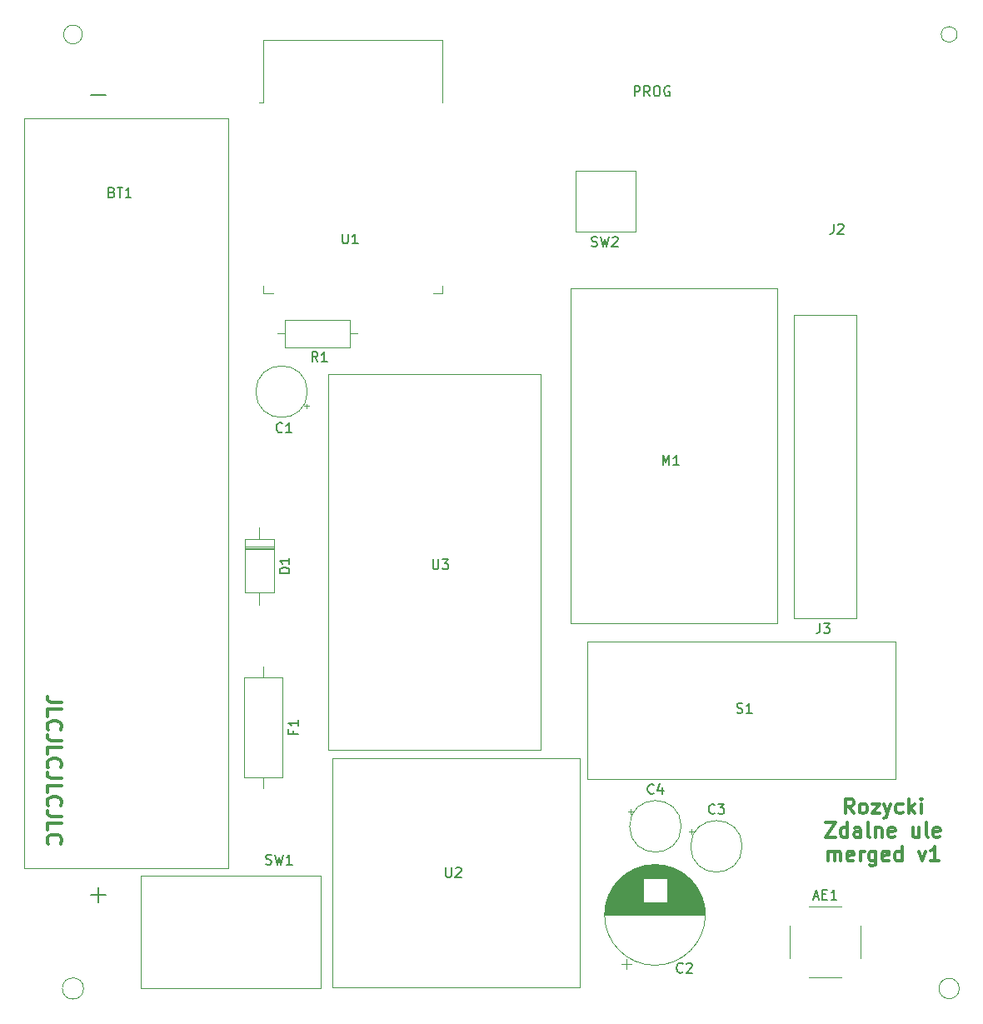
<source format=gbr>
%TF.GenerationSoftware,KiCad,Pcbnew,(6.0.9)*%
%TF.CreationDate,2023-05-03T02:02:48+02:00*%
%TF.ProjectId,esp-merged_v2,6573702d-6d65-4726-9765-645f76322e6b,rev?*%
%TF.SameCoordinates,Original*%
%TF.FileFunction,Legend,Top*%
%TF.FilePolarity,Positive*%
%FSLAX46Y46*%
G04 Gerber Fmt 4.6, Leading zero omitted, Abs format (unit mm)*
G04 Created by KiCad (PCBNEW (6.0.9)) date 2023-05-03 02:02:48*
%MOMM*%
%LPD*%
G01*
G04 APERTURE LIST*
%ADD10C,0.100000*%
%ADD11C,0.300000*%
%ADD12C,0.150000*%
%ADD13C,0.120000*%
G04 APERTURE END LIST*
D10*
X254806226Y-34500000D02*
G75*
G03*
X254806226Y-34500000I-806226J0D01*
G01*
X255030776Y-131450000D02*
G75*
G03*
X255030776Y-131450000I-1030776J0D01*
G01*
X166029352Y-131450000D02*
G75*
G03*
X166029352Y-131450000I-1079352J0D01*
G01*
X165900000Y-34500000D02*
G75*
G03*
X165900000Y-34500000I-950000J0D01*
G01*
D11*
X163821428Y-102371428D02*
X162750000Y-102371428D01*
X162535714Y-102300000D01*
X162392857Y-102157142D01*
X162321428Y-101942857D01*
X162321428Y-101800000D01*
X162321428Y-103800000D02*
X162321428Y-103085714D01*
X163821428Y-103085714D01*
X162464285Y-105157142D02*
X162392857Y-105085714D01*
X162321428Y-104871428D01*
X162321428Y-104728571D01*
X162392857Y-104514285D01*
X162535714Y-104371428D01*
X162678571Y-104300000D01*
X162964285Y-104228571D01*
X163178571Y-104228571D01*
X163464285Y-104300000D01*
X163607142Y-104371428D01*
X163750000Y-104514285D01*
X163821428Y-104728571D01*
X163821428Y-104871428D01*
X163750000Y-105085714D01*
X163678571Y-105157142D01*
X163821428Y-106228571D02*
X162750000Y-106228571D01*
X162535714Y-106157142D01*
X162392857Y-106014285D01*
X162321428Y-105800000D01*
X162321428Y-105657142D01*
X162321428Y-107657142D02*
X162321428Y-106942857D01*
X163821428Y-106942857D01*
X162464285Y-109014285D02*
X162392857Y-108942857D01*
X162321428Y-108728571D01*
X162321428Y-108585714D01*
X162392857Y-108371428D01*
X162535714Y-108228571D01*
X162678571Y-108157142D01*
X162964285Y-108085714D01*
X163178571Y-108085714D01*
X163464285Y-108157142D01*
X163607142Y-108228571D01*
X163750000Y-108371428D01*
X163821428Y-108585714D01*
X163821428Y-108728571D01*
X163750000Y-108942857D01*
X163678571Y-109014285D01*
X163821428Y-110085714D02*
X162750000Y-110085714D01*
X162535714Y-110014285D01*
X162392857Y-109871428D01*
X162321428Y-109657142D01*
X162321428Y-109514285D01*
X162321428Y-111514285D02*
X162321428Y-110800000D01*
X163821428Y-110800000D01*
X162464285Y-112871428D02*
X162392857Y-112800000D01*
X162321428Y-112585714D01*
X162321428Y-112442857D01*
X162392857Y-112228571D01*
X162535714Y-112085714D01*
X162678571Y-112014285D01*
X162964285Y-111942857D01*
X163178571Y-111942857D01*
X163464285Y-112014285D01*
X163607142Y-112085714D01*
X163750000Y-112228571D01*
X163821428Y-112442857D01*
X163821428Y-112585714D01*
X163750000Y-112800000D01*
X163678571Y-112871428D01*
X163821428Y-113942857D02*
X162750000Y-113942857D01*
X162535714Y-113871428D01*
X162392857Y-113728571D01*
X162321428Y-113514285D01*
X162321428Y-113371428D01*
X162321428Y-115371428D02*
X162321428Y-114657142D01*
X163821428Y-114657142D01*
X162464285Y-116728571D02*
X162392857Y-116657142D01*
X162321428Y-116442857D01*
X162321428Y-116300000D01*
X162392857Y-116085714D01*
X162535714Y-115942857D01*
X162678571Y-115871428D01*
X162964285Y-115800000D01*
X163178571Y-115800000D01*
X163464285Y-115871428D01*
X163607142Y-115942857D01*
X163750000Y-116085714D01*
X163821428Y-116300000D01*
X163821428Y-116442857D01*
X163750000Y-116657142D01*
X163678571Y-116728571D01*
X244300000Y-113663571D02*
X243800000Y-112949285D01*
X243442857Y-113663571D02*
X243442857Y-112163571D01*
X244014285Y-112163571D01*
X244157142Y-112235000D01*
X244228571Y-112306428D01*
X244300000Y-112449285D01*
X244300000Y-112663571D01*
X244228571Y-112806428D01*
X244157142Y-112877857D01*
X244014285Y-112949285D01*
X243442857Y-112949285D01*
X245157142Y-113663571D02*
X245014285Y-113592142D01*
X244942857Y-113520714D01*
X244871428Y-113377857D01*
X244871428Y-112949285D01*
X244942857Y-112806428D01*
X245014285Y-112735000D01*
X245157142Y-112663571D01*
X245371428Y-112663571D01*
X245514285Y-112735000D01*
X245585714Y-112806428D01*
X245657142Y-112949285D01*
X245657142Y-113377857D01*
X245585714Y-113520714D01*
X245514285Y-113592142D01*
X245371428Y-113663571D01*
X245157142Y-113663571D01*
X246157142Y-112663571D02*
X246942857Y-112663571D01*
X246157142Y-113663571D01*
X246942857Y-113663571D01*
X247371428Y-112663571D02*
X247728571Y-113663571D01*
X248085714Y-112663571D02*
X247728571Y-113663571D01*
X247585714Y-114020714D01*
X247514285Y-114092142D01*
X247371428Y-114163571D01*
X249300000Y-113592142D02*
X249157142Y-113663571D01*
X248871428Y-113663571D01*
X248728571Y-113592142D01*
X248657142Y-113520714D01*
X248585714Y-113377857D01*
X248585714Y-112949285D01*
X248657142Y-112806428D01*
X248728571Y-112735000D01*
X248871428Y-112663571D01*
X249157142Y-112663571D01*
X249300000Y-112735000D01*
X249942857Y-113663571D02*
X249942857Y-112163571D01*
X250085714Y-113092142D02*
X250514285Y-113663571D01*
X250514285Y-112663571D02*
X249942857Y-113235000D01*
X251157142Y-113663571D02*
X251157142Y-112663571D01*
X251157142Y-112163571D02*
X251085714Y-112235000D01*
X251157142Y-112306428D01*
X251228571Y-112235000D01*
X251157142Y-112163571D01*
X251157142Y-112306428D01*
X241442857Y-114578571D02*
X242442857Y-114578571D01*
X241442857Y-116078571D01*
X242442857Y-116078571D01*
X243657142Y-116078571D02*
X243657142Y-114578571D01*
X243657142Y-116007142D02*
X243514285Y-116078571D01*
X243228571Y-116078571D01*
X243085714Y-116007142D01*
X243014285Y-115935714D01*
X242942857Y-115792857D01*
X242942857Y-115364285D01*
X243014285Y-115221428D01*
X243085714Y-115150000D01*
X243228571Y-115078571D01*
X243514285Y-115078571D01*
X243657142Y-115150000D01*
X245014285Y-116078571D02*
X245014285Y-115292857D01*
X244942857Y-115150000D01*
X244800000Y-115078571D01*
X244514285Y-115078571D01*
X244371428Y-115150000D01*
X245014285Y-116007142D02*
X244871428Y-116078571D01*
X244514285Y-116078571D01*
X244371428Y-116007142D01*
X244300000Y-115864285D01*
X244300000Y-115721428D01*
X244371428Y-115578571D01*
X244514285Y-115507142D01*
X244871428Y-115507142D01*
X245014285Y-115435714D01*
X245942857Y-116078571D02*
X245800000Y-116007142D01*
X245728571Y-115864285D01*
X245728571Y-114578571D01*
X246514285Y-115078571D02*
X246514285Y-116078571D01*
X246514285Y-115221428D02*
X246585714Y-115150000D01*
X246728571Y-115078571D01*
X246942857Y-115078571D01*
X247085714Y-115150000D01*
X247157142Y-115292857D01*
X247157142Y-116078571D01*
X248442857Y-116007142D02*
X248300000Y-116078571D01*
X248014285Y-116078571D01*
X247871428Y-116007142D01*
X247800000Y-115864285D01*
X247800000Y-115292857D01*
X247871428Y-115150000D01*
X248014285Y-115078571D01*
X248300000Y-115078571D01*
X248442857Y-115150000D01*
X248514285Y-115292857D01*
X248514285Y-115435714D01*
X247800000Y-115578571D01*
X250942857Y-115078571D02*
X250942857Y-116078571D01*
X250300000Y-115078571D02*
X250300000Y-115864285D01*
X250371428Y-116007142D01*
X250514285Y-116078571D01*
X250728571Y-116078571D01*
X250871428Y-116007142D01*
X250942857Y-115935714D01*
X251871428Y-116078571D02*
X251728571Y-116007142D01*
X251657142Y-115864285D01*
X251657142Y-114578571D01*
X253014285Y-116007142D02*
X252871428Y-116078571D01*
X252585714Y-116078571D01*
X252442857Y-116007142D01*
X252371428Y-115864285D01*
X252371428Y-115292857D01*
X252442857Y-115150000D01*
X252585714Y-115078571D01*
X252871428Y-115078571D01*
X253014285Y-115150000D01*
X253085714Y-115292857D01*
X253085714Y-115435714D01*
X252371428Y-115578571D01*
X241692857Y-118493571D02*
X241692857Y-117493571D01*
X241692857Y-117636428D02*
X241764285Y-117565000D01*
X241907142Y-117493571D01*
X242121428Y-117493571D01*
X242264285Y-117565000D01*
X242335714Y-117707857D01*
X242335714Y-118493571D01*
X242335714Y-117707857D02*
X242407142Y-117565000D01*
X242550000Y-117493571D01*
X242764285Y-117493571D01*
X242907142Y-117565000D01*
X242978571Y-117707857D01*
X242978571Y-118493571D01*
X244264285Y-118422142D02*
X244121428Y-118493571D01*
X243835714Y-118493571D01*
X243692857Y-118422142D01*
X243621428Y-118279285D01*
X243621428Y-117707857D01*
X243692857Y-117565000D01*
X243835714Y-117493571D01*
X244121428Y-117493571D01*
X244264285Y-117565000D01*
X244335714Y-117707857D01*
X244335714Y-117850714D01*
X243621428Y-117993571D01*
X244978571Y-118493571D02*
X244978571Y-117493571D01*
X244978571Y-117779285D02*
X245050000Y-117636428D01*
X245121428Y-117565000D01*
X245264285Y-117493571D01*
X245407142Y-117493571D01*
X246550000Y-117493571D02*
X246550000Y-118707857D01*
X246478571Y-118850714D01*
X246407142Y-118922142D01*
X246264285Y-118993571D01*
X246050000Y-118993571D01*
X245907142Y-118922142D01*
X246550000Y-118422142D02*
X246407142Y-118493571D01*
X246121428Y-118493571D01*
X245978571Y-118422142D01*
X245907142Y-118350714D01*
X245835714Y-118207857D01*
X245835714Y-117779285D01*
X245907142Y-117636428D01*
X245978571Y-117565000D01*
X246121428Y-117493571D01*
X246407142Y-117493571D01*
X246550000Y-117565000D01*
X247835714Y-118422142D02*
X247692857Y-118493571D01*
X247407142Y-118493571D01*
X247264285Y-118422142D01*
X247192857Y-118279285D01*
X247192857Y-117707857D01*
X247264285Y-117565000D01*
X247407142Y-117493571D01*
X247692857Y-117493571D01*
X247835714Y-117565000D01*
X247907142Y-117707857D01*
X247907142Y-117850714D01*
X247192857Y-117993571D01*
X249192857Y-118493571D02*
X249192857Y-116993571D01*
X249192857Y-118422142D02*
X249050000Y-118493571D01*
X248764285Y-118493571D01*
X248621428Y-118422142D01*
X248550000Y-118350714D01*
X248478571Y-118207857D01*
X248478571Y-117779285D01*
X248550000Y-117636428D01*
X248621428Y-117565000D01*
X248764285Y-117493571D01*
X249050000Y-117493571D01*
X249192857Y-117565000D01*
X250907142Y-117493571D02*
X251264285Y-118493571D01*
X251621428Y-117493571D01*
X252978571Y-118493571D02*
X252121428Y-118493571D01*
X252550000Y-118493571D02*
X252550000Y-116993571D01*
X252407142Y-117207857D01*
X252264285Y-117350714D01*
X252121428Y-117422142D01*
D12*
%TO.C,BT1*%
X168914285Y-50528571D02*
X169057142Y-50576190D01*
X169104761Y-50623809D01*
X169152380Y-50719047D01*
X169152380Y-50861904D01*
X169104761Y-50957142D01*
X169057142Y-51004761D01*
X168961904Y-51052380D01*
X168580952Y-51052380D01*
X168580952Y-50052380D01*
X168914285Y-50052380D01*
X169009523Y-50100000D01*
X169057142Y-50147619D01*
X169104761Y-50242857D01*
X169104761Y-50338095D01*
X169057142Y-50433333D01*
X169009523Y-50480952D01*
X168914285Y-50528571D01*
X168580952Y-50528571D01*
X169438095Y-50052380D02*
X170009523Y-50052380D01*
X169723809Y-51052380D02*
X169723809Y-50052380D01*
X170866666Y-51052380D02*
X170295238Y-51052380D01*
X170580952Y-51052380D02*
X170580952Y-50052380D01*
X170485714Y-50195238D01*
X170390476Y-50290476D01*
X170295238Y-50338095D01*
X166725095Y-121896857D02*
X168248904Y-121896857D01*
X167487000Y-122658761D02*
X167487000Y-121134952D01*
X166725095Y-40616857D02*
X168248904Y-40616857D01*
%TO.C,U2*%
X202838095Y-119152380D02*
X202838095Y-119961904D01*
X202885714Y-120057142D01*
X202933333Y-120104761D01*
X203028571Y-120152380D01*
X203219047Y-120152380D01*
X203314285Y-120104761D01*
X203361904Y-120057142D01*
X203409523Y-119961904D01*
X203409523Y-119152380D01*
X203838095Y-119247619D02*
X203885714Y-119200000D01*
X203980952Y-119152380D01*
X204219047Y-119152380D01*
X204314285Y-119200000D01*
X204361904Y-119247619D01*
X204409523Y-119342857D01*
X204409523Y-119438095D01*
X204361904Y-119580952D01*
X203790476Y-120152380D01*
X204409523Y-120152380D01*
%TO.C,D1*%
X186952380Y-89238095D02*
X185952380Y-89238095D01*
X185952380Y-89000000D01*
X186000000Y-88857142D01*
X186095238Y-88761904D01*
X186190476Y-88714285D01*
X186380952Y-88666666D01*
X186523809Y-88666666D01*
X186714285Y-88714285D01*
X186809523Y-88761904D01*
X186904761Y-88857142D01*
X186952380Y-89000000D01*
X186952380Y-89238095D01*
X186952380Y-87714285D02*
X186952380Y-88285714D01*
X186952380Y-88000000D02*
X185952380Y-88000000D01*
X186095238Y-88095238D01*
X186190476Y-88190476D01*
X186238095Y-88285714D01*
%TO.C,J2*%
X242266666Y-53752380D02*
X242266666Y-54466666D01*
X242219047Y-54609523D01*
X242123809Y-54704761D01*
X241980952Y-54752380D01*
X241885714Y-54752380D01*
X242695238Y-53847619D02*
X242742857Y-53800000D01*
X242838095Y-53752380D01*
X243076190Y-53752380D01*
X243171428Y-53800000D01*
X243219047Y-53847619D01*
X243266666Y-53942857D01*
X243266666Y-54038095D01*
X243219047Y-54180952D01*
X242647619Y-54752380D01*
X243266666Y-54752380D01*
%TO.C,F1*%
X187328571Y-105233333D02*
X187328571Y-105566666D01*
X187852380Y-105566666D02*
X186852380Y-105566666D01*
X186852380Y-105090476D01*
X187852380Y-104185714D02*
X187852380Y-104757142D01*
X187852380Y-104471428D02*
X186852380Y-104471428D01*
X186995238Y-104566666D01*
X187090476Y-104661904D01*
X187138095Y-104757142D01*
%TO.C,R1*%
X189833333Y-67752380D02*
X189500000Y-67276190D01*
X189261904Y-67752380D02*
X189261904Y-66752380D01*
X189642857Y-66752380D01*
X189738095Y-66800000D01*
X189785714Y-66847619D01*
X189833333Y-66942857D01*
X189833333Y-67085714D01*
X189785714Y-67180952D01*
X189738095Y-67228571D01*
X189642857Y-67276190D01*
X189261904Y-67276190D01*
X190785714Y-67752380D02*
X190214285Y-67752380D01*
X190500000Y-67752380D02*
X190500000Y-66752380D01*
X190404761Y-66895238D01*
X190309523Y-66990476D01*
X190214285Y-67038095D01*
%TO.C,C3*%
X230178221Y-113607142D02*
X230130602Y-113654761D01*
X229987745Y-113702380D01*
X229892507Y-113702380D01*
X229749649Y-113654761D01*
X229654411Y-113559523D01*
X229606792Y-113464285D01*
X229559173Y-113273809D01*
X229559173Y-113130952D01*
X229606792Y-112940476D01*
X229654411Y-112845238D01*
X229749649Y-112750000D01*
X229892507Y-112702380D01*
X229987745Y-112702380D01*
X230130602Y-112750000D01*
X230178221Y-112797619D01*
X230511554Y-112702380D02*
X231130602Y-112702380D01*
X230797268Y-113083333D01*
X230940126Y-113083333D01*
X231035364Y-113130952D01*
X231082983Y-113178571D01*
X231130602Y-113273809D01*
X231130602Y-113511904D01*
X231082983Y-113607142D01*
X231035364Y-113654761D01*
X230940126Y-113702380D01*
X230654411Y-113702380D01*
X230559173Y-113654761D01*
X230511554Y-113607142D01*
%TO.C,AE1*%
X240233333Y-122116666D02*
X240709523Y-122116666D01*
X240138095Y-122402380D02*
X240471428Y-121402380D01*
X240804761Y-122402380D01*
X241138095Y-121878571D02*
X241471428Y-121878571D01*
X241614285Y-122402380D02*
X241138095Y-122402380D01*
X241138095Y-121402380D01*
X241614285Y-121402380D01*
X242566666Y-122402380D02*
X241995238Y-122402380D01*
X242280952Y-122402380D02*
X242280952Y-121402380D01*
X242185714Y-121545238D01*
X242090476Y-121640476D01*
X241995238Y-121688095D01*
%TO.C,C4*%
X223978221Y-111574819D02*
X223930602Y-111622438D01*
X223787745Y-111670057D01*
X223692507Y-111670057D01*
X223549649Y-111622438D01*
X223454411Y-111527200D01*
X223406792Y-111431962D01*
X223359173Y-111241486D01*
X223359173Y-111098629D01*
X223406792Y-110908153D01*
X223454411Y-110812915D01*
X223549649Y-110717677D01*
X223692507Y-110670057D01*
X223787745Y-110670057D01*
X223930602Y-110717677D01*
X223978221Y-110765296D01*
X224835364Y-111003391D02*
X224835364Y-111670057D01*
X224597268Y-110622438D02*
X224359173Y-111336724D01*
X224978221Y-111336724D01*
%TO.C,SW1*%
X184566666Y-118804761D02*
X184709523Y-118852380D01*
X184947619Y-118852380D01*
X185042857Y-118804761D01*
X185090476Y-118757142D01*
X185138095Y-118661904D01*
X185138095Y-118566666D01*
X185090476Y-118471428D01*
X185042857Y-118423809D01*
X184947619Y-118376190D01*
X184757142Y-118328571D01*
X184661904Y-118280952D01*
X184614285Y-118233333D01*
X184566666Y-118138095D01*
X184566666Y-118042857D01*
X184614285Y-117947619D01*
X184661904Y-117900000D01*
X184757142Y-117852380D01*
X184995238Y-117852380D01*
X185138095Y-117900000D01*
X185471428Y-117852380D02*
X185709523Y-118852380D01*
X185900000Y-118138095D01*
X186090476Y-118852380D01*
X186328571Y-117852380D01*
X187233333Y-118852380D02*
X186661904Y-118852380D01*
X186947619Y-118852380D02*
X186947619Y-117852380D01*
X186852380Y-117995238D01*
X186757142Y-118090476D01*
X186661904Y-118138095D01*
%TO.C,C2*%
X226933333Y-129757142D02*
X226885714Y-129804761D01*
X226742857Y-129852380D01*
X226647619Y-129852380D01*
X226504761Y-129804761D01*
X226409523Y-129709523D01*
X226361904Y-129614285D01*
X226314285Y-129423809D01*
X226314285Y-129280952D01*
X226361904Y-129090476D01*
X226409523Y-128995238D01*
X226504761Y-128900000D01*
X226647619Y-128852380D01*
X226742857Y-128852380D01*
X226885714Y-128900000D01*
X226933333Y-128947619D01*
X227314285Y-128947619D02*
X227361904Y-128900000D01*
X227457142Y-128852380D01*
X227695238Y-128852380D01*
X227790476Y-128900000D01*
X227838095Y-128947619D01*
X227885714Y-129042857D01*
X227885714Y-129138095D01*
X227838095Y-129280952D01*
X227266666Y-129852380D01*
X227885714Y-129852380D01*
%TO.C,J3*%
X240866666Y-94352380D02*
X240866666Y-95066666D01*
X240819047Y-95209523D01*
X240723809Y-95304761D01*
X240580952Y-95352380D01*
X240485714Y-95352380D01*
X241247619Y-94352380D02*
X241866666Y-94352380D01*
X241533333Y-94733333D01*
X241676190Y-94733333D01*
X241771428Y-94780952D01*
X241819047Y-94828571D01*
X241866666Y-94923809D01*
X241866666Y-95161904D01*
X241819047Y-95257142D01*
X241771428Y-95304761D01*
X241676190Y-95352380D01*
X241390476Y-95352380D01*
X241295238Y-95304761D01*
X241247619Y-95257142D01*
%TO.C,S1*%
X232438095Y-103404761D02*
X232580952Y-103452380D01*
X232819047Y-103452380D01*
X232914285Y-103404761D01*
X232961904Y-103357142D01*
X233009523Y-103261904D01*
X233009523Y-103166666D01*
X232961904Y-103071428D01*
X232914285Y-103023809D01*
X232819047Y-102976190D01*
X232628571Y-102928571D01*
X232533333Y-102880952D01*
X232485714Y-102833333D01*
X232438095Y-102738095D01*
X232438095Y-102642857D01*
X232485714Y-102547619D01*
X232533333Y-102500000D01*
X232628571Y-102452380D01*
X232866666Y-102452380D01*
X233009523Y-102500000D01*
X233961904Y-103452380D02*
X233390476Y-103452380D01*
X233676190Y-103452380D02*
X233676190Y-102452380D01*
X233580952Y-102595238D01*
X233485714Y-102690476D01*
X233390476Y-102738095D01*
%TO.C,M1*%
X224890476Y-78247380D02*
X224890476Y-77247380D01*
X225223809Y-77961666D01*
X225557142Y-77247380D01*
X225557142Y-78247380D01*
X226557142Y-78247380D02*
X225985714Y-78247380D01*
X226271428Y-78247380D02*
X226271428Y-77247380D01*
X226176190Y-77390238D01*
X226080952Y-77485476D01*
X225985714Y-77533095D01*
%TO.C,U1*%
X192338095Y-54752380D02*
X192338095Y-55561904D01*
X192385714Y-55657142D01*
X192433333Y-55704761D01*
X192528571Y-55752380D01*
X192719047Y-55752380D01*
X192814285Y-55704761D01*
X192861904Y-55657142D01*
X192909523Y-55561904D01*
X192909523Y-54752380D01*
X193909523Y-55752380D02*
X193338095Y-55752380D01*
X193623809Y-55752380D02*
X193623809Y-54752380D01*
X193528571Y-54895238D01*
X193433333Y-54990476D01*
X193338095Y-55038095D01*
%TO.C,SW2*%
X217666666Y-56004761D02*
X217809523Y-56052380D01*
X218047619Y-56052380D01*
X218142857Y-56004761D01*
X218190476Y-55957142D01*
X218238095Y-55861904D01*
X218238095Y-55766666D01*
X218190476Y-55671428D01*
X218142857Y-55623809D01*
X218047619Y-55576190D01*
X217857142Y-55528571D01*
X217761904Y-55480952D01*
X217714285Y-55433333D01*
X217666666Y-55338095D01*
X217666666Y-55242857D01*
X217714285Y-55147619D01*
X217761904Y-55100000D01*
X217857142Y-55052380D01*
X218095238Y-55052380D01*
X218238095Y-55100000D01*
X218571428Y-55052380D02*
X218809523Y-56052380D01*
X219000000Y-55338095D01*
X219190476Y-56052380D01*
X219428571Y-55052380D01*
X219761904Y-55147619D02*
X219809523Y-55100000D01*
X219904761Y-55052380D01*
X220142857Y-55052380D01*
X220238095Y-55100000D01*
X220285714Y-55147619D01*
X220333333Y-55242857D01*
X220333333Y-55338095D01*
X220285714Y-55480952D01*
X219714285Y-56052380D01*
X220333333Y-56052380D01*
%TO.C,U3*%
X201538095Y-87852380D02*
X201538095Y-88661904D01*
X201585714Y-88757142D01*
X201633333Y-88804761D01*
X201728571Y-88852380D01*
X201919047Y-88852380D01*
X202014285Y-88804761D01*
X202061904Y-88757142D01*
X202109523Y-88661904D01*
X202109523Y-87852380D01*
X202490476Y-87852380D02*
X203109523Y-87852380D01*
X202776190Y-88233333D01*
X202919047Y-88233333D01*
X203014285Y-88280952D01*
X203061904Y-88328571D01*
X203109523Y-88423809D01*
X203109523Y-88661904D01*
X203061904Y-88757142D01*
X203014285Y-88804761D01*
X202919047Y-88852380D01*
X202633333Y-88852380D01*
X202538095Y-88804761D01*
X202490476Y-88757142D01*
%TO.C,C1*%
X186233333Y-74857142D02*
X186185714Y-74904761D01*
X186042857Y-74952380D01*
X185947619Y-74952380D01*
X185804761Y-74904761D01*
X185709523Y-74809523D01*
X185661904Y-74714285D01*
X185614285Y-74523809D01*
X185614285Y-74380952D01*
X185661904Y-74190476D01*
X185709523Y-74095238D01*
X185804761Y-74000000D01*
X185947619Y-73952380D01*
X186042857Y-73952380D01*
X186185714Y-74000000D01*
X186233333Y-74047619D01*
X187185714Y-74952380D02*
X186614285Y-74952380D01*
X186900000Y-74952380D02*
X186900000Y-73952380D01*
X186804761Y-74095238D01*
X186709523Y-74190476D01*
X186614285Y-74238095D01*
%TO.C,J1*%
X222014285Y-40752380D02*
X222014285Y-39752380D01*
X222395238Y-39752380D01*
X222490476Y-39800000D01*
X222538095Y-39847619D01*
X222585714Y-39942857D01*
X222585714Y-40085714D01*
X222538095Y-40180952D01*
X222490476Y-40228571D01*
X222395238Y-40276190D01*
X222014285Y-40276190D01*
X223585714Y-40752380D02*
X223252380Y-40276190D01*
X223014285Y-40752380D02*
X223014285Y-39752380D01*
X223395238Y-39752380D01*
X223490476Y-39800000D01*
X223538095Y-39847619D01*
X223585714Y-39942857D01*
X223585714Y-40085714D01*
X223538095Y-40180952D01*
X223490476Y-40228571D01*
X223395238Y-40276190D01*
X223014285Y-40276190D01*
X224204761Y-39752380D02*
X224395238Y-39752380D01*
X224490476Y-39800000D01*
X224585714Y-39895238D01*
X224633333Y-40085714D01*
X224633333Y-40419047D01*
X224585714Y-40609523D01*
X224490476Y-40704761D01*
X224395238Y-40752380D01*
X224204761Y-40752380D01*
X224109523Y-40704761D01*
X224014285Y-40609523D01*
X223966666Y-40419047D01*
X223966666Y-40085714D01*
X224014285Y-39895238D01*
X224109523Y-39800000D01*
X224204761Y-39752380D01*
X225585714Y-39800000D02*
X225490476Y-39752380D01*
X225347619Y-39752380D01*
X225204761Y-39800000D01*
X225109523Y-39895238D01*
X225061904Y-39990476D01*
X225014285Y-40180952D01*
X225014285Y-40323809D01*
X225061904Y-40514285D01*
X225109523Y-40609523D01*
X225204761Y-40704761D01*
X225347619Y-40752380D01*
X225442857Y-40752380D01*
X225585714Y-40704761D01*
X225633333Y-40657142D01*
X225633333Y-40323809D01*
X225442857Y-40323809D01*
D13*
%TO.C,BT1*%
X180695000Y-43014000D02*
X159975000Y-43014000D01*
X159975000Y-43014000D02*
X159975000Y-119214000D01*
X159975000Y-119214000D02*
X180695000Y-119214000D01*
X180695000Y-119214000D02*
X180695000Y-43014000D01*
%TO.C,U2*%
X216505000Y-131355000D02*
X191305000Y-131355000D01*
X191305000Y-131355000D02*
X191305000Y-108055000D01*
X191305000Y-108055000D02*
X216505000Y-108055000D01*
X216505000Y-108055000D02*
X216505000Y-131355000D01*
%TO.C,D1*%
X185370000Y-86560000D02*
X182430000Y-86560000D01*
X183900000Y-92440000D02*
X183900000Y-91220000D01*
X185370000Y-86800000D02*
X182430000Y-86800000D01*
X185370000Y-85780000D02*
X182430000Y-85780000D01*
X185370000Y-86680000D02*
X182430000Y-86680000D01*
X183900000Y-84560000D02*
X183900000Y-85780000D01*
X185370000Y-91220000D02*
X185370000Y-85780000D01*
X182430000Y-85780000D02*
X182430000Y-91220000D01*
X182430000Y-91220000D02*
X185370000Y-91220000D01*
%TO.C,F1*%
X184300000Y-98720000D02*
X184300000Y-99830000D01*
X184300000Y-111080000D02*
X184300000Y-109970000D01*
X182380000Y-99830000D02*
X182380000Y-109970000D01*
X182380000Y-109970000D02*
X186220000Y-109970000D01*
X186220000Y-109970000D02*
X186220000Y-99830000D01*
X186220000Y-99830000D02*
X182380000Y-99830000D01*
%TO.C,R1*%
X193840000Y-64900000D02*
X193070000Y-64900000D01*
X193070000Y-63530000D02*
X186530000Y-63530000D01*
X193070000Y-66270000D02*
X193070000Y-63530000D01*
X185760000Y-64900000D02*
X186530000Y-64900000D01*
X186530000Y-63530000D02*
X186530000Y-66270000D01*
X186530000Y-66270000D02*
X193070000Y-66270000D01*
%TO.C,C3*%
X227540113Y-115525000D02*
X228040113Y-115525000D01*
X227790113Y-115275000D02*
X227790113Y-115775000D01*
X232964888Y-117000000D02*
G75*
G03*
X232964888Y-117000000I-2620000J0D01*
G01*
%TO.C,AE1*%
X237790000Y-125040000D02*
X237790000Y-128360000D01*
X239740000Y-130310000D02*
X243060000Y-130310000D01*
X239740000Y-123090000D02*
X243060000Y-123090000D01*
X245010000Y-125040000D02*
X245010000Y-128360000D01*
%TO.C,C4*%
X221590113Y-113242677D02*
X221590113Y-113742677D01*
X221340113Y-113492677D02*
X221840113Y-113492677D01*
X226764888Y-114967677D02*
G75*
G03*
X226764888Y-114967677I-2620000J0D01*
G01*
%TO.C,SW1*%
X171845000Y-119980000D02*
X190145000Y-119980000D01*
X190145000Y-119980000D02*
X190145000Y-131380000D01*
X190145000Y-131380000D02*
X171845000Y-131380000D01*
X171845000Y-131380000D02*
X171845000Y-119980000D01*
%TO.C,C2*%
X225341000Y-120926677D02*
X228180000Y-120926677D01*
X219215000Y-122566677D02*
X222859000Y-122566677D01*
X219250000Y-122446677D02*
X222859000Y-122446677D01*
X219906000Y-121086677D02*
X222859000Y-121086677D01*
X219346000Y-122166677D02*
X222859000Y-122166677D01*
X219555000Y-121686677D02*
X222859000Y-121686677D01*
X225341000Y-122206677D02*
X228868000Y-122206677D01*
X219575000Y-121646677D02*
X222859000Y-121646677D01*
X220664000Y-120206677D02*
X227536000Y-120206677D01*
X219705000Y-121406677D02*
X222859000Y-121406677D01*
X219126000Y-122926677D02*
X229074000Y-122926677D01*
X225341000Y-120886677D02*
X228150000Y-120886677D01*
X219046000Y-123447677D02*
X229154000Y-123447677D01*
X225341000Y-122526677D02*
X228974000Y-122526677D01*
X221046000Y-119886677D02*
X227154000Y-119886677D01*
X222156000Y-119246677D02*
X226044000Y-119246677D01*
X219065000Y-123287677D02*
X229135000Y-123287677D01*
X225341000Y-122486677D02*
X228962000Y-122486677D01*
X221661000Y-119486677D02*
X226539000Y-119486677D01*
X219362000Y-122126677D02*
X222859000Y-122126677D01*
X225341000Y-122606677D02*
X228997000Y-122606677D01*
X220347000Y-120526677D02*
X222859000Y-120526677D01*
X219596000Y-121606677D02*
X222859000Y-121606677D01*
X219962000Y-121006677D02*
X222859000Y-121006677D01*
X219753000Y-121326677D02*
X222859000Y-121326677D01*
X220050000Y-120886677D02*
X222859000Y-120886677D01*
X225341000Y-121006677D02*
X228238000Y-121006677D01*
X225341000Y-120366677D02*
X227701000Y-120366677D01*
X225341000Y-122406677D02*
X228937000Y-122406677D01*
X219038000Y-123527677D02*
X229162000Y-123527677D01*
X222470000Y-119126677D02*
X225730000Y-119126677D01*
X219802000Y-121246677D02*
X222859000Y-121246677D01*
X219777000Y-121286677D02*
X222859000Y-121286677D01*
X219032000Y-123607677D02*
X229168000Y-123607677D01*
X225341000Y-120966677D02*
X228210000Y-120966677D01*
X221590000Y-119526677D02*
X226610000Y-119526677D01*
X225341000Y-122166677D02*
X228854000Y-122166677D01*
X219172000Y-122726677D02*
X229028000Y-122726677D01*
X225341000Y-120806677D02*
X228089000Y-120806677D01*
X219025000Y-123727677D02*
X229175000Y-123727677D01*
X219103000Y-123046677D02*
X229097000Y-123046677D01*
X225341000Y-122086677D02*
X228823000Y-122086677D01*
X219035000Y-123567677D02*
X229165000Y-123567677D01*
X225341000Y-120686677D02*
X227992000Y-120686677D01*
X225341000Y-120526677D02*
X227853000Y-120526677D01*
X225341000Y-122006677D02*
X228790000Y-122006677D01*
X220499000Y-120366677D02*
X222859000Y-120366677D01*
X219027000Y-123687677D02*
X229173000Y-123687677D01*
X221100000Y-119846677D02*
X227100000Y-119846677D01*
X219276000Y-122366677D02*
X222859000Y-122366677D01*
X220994000Y-119926677D02*
X227206000Y-119926677D01*
X219263000Y-122406677D02*
X222859000Y-122406677D01*
X225341000Y-120326677D02*
X227661000Y-120326677D01*
X220708000Y-120166677D02*
X227492000Y-120166677D01*
X219070000Y-123246677D02*
X229130000Y-123246677D01*
X220175000Y-120726677D02*
X222859000Y-120726677D01*
X225341000Y-121326677D02*
X228447000Y-121326677D01*
X219426000Y-121966677D02*
X222859000Y-121966677D01*
X225341000Y-120566677D02*
X227889000Y-120566677D01*
X219660000Y-121486677D02*
X222859000Y-121486677D01*
X219377000Y-122086677D02*
X222859000Y-122086677D01*
X219020000Y-123927677D02*
X229180000Y-123927677D01*
X221225000Y-129447323D02*
X221225000Y-128447323D01*
X219182000Y-122686677D02*
X222859000Y-122686677D01*
X220622000Y-120246677D02*
X222859000Y-120246677D01*
X220421000Y-120446677D02*
X222859000Y-120446677D01*
X220753000Y-120126677D02*
X227447000Y-120126677D01*
X225341000Y-121086677D02*
X228294000Y-121086677D01*
X219853000Y-121166677D02*
X222859000Y-121166677D01*
X222722000Y-119046677D02*
X225478000Y-119046677D01*
X225341000Y-120406677D02*
X227740000Y-120406677D01*
X221891000Y-119366677D02*
X226309000Y-119366677D01*
X225341000Y-120606677D02*
X227924000Y-120606677D01*
X225341000Y-121886677D02*
X228739000Y-121886677D01*
X219030000Y-123647677D02*
X229170000Y-123647677D01*
X219536000Y-121726677D02*
X222859000Y-121726677D01*
X225341000Y-120846677D02*
X228120000Y-120846677D01*
X219135000Y-122886677D02*
X229065000Y-122886677D01*
X219226000Y-122526677D02*
X222859000Y-122526677D01*
X219162000Y-122766677D02*
X229038000Y-122766677D01*
X219934000Y-121046677D02*
X222859000Y-121046677D01*
X220580000Y-120286677D02*
X222859000Y-120286677D01*
X225341000Y-121286677D02*
X228423000Y-121286677D01*
X221391000Y-119646677D02*
X226809000Y-119646677D01*
X219638000Y-121526677D02*
X222859000Y-121526677D01*
X225341000Y-121366677D02*
X228471000Y-121366677D01*
X225341000Y-121806677D02*
X228703000Y-121806677D01*
X225341000Y-121606677D02*
X228604000Y-121606677D01*
X220276000Y-120606677D02*
X222859000Y-120606677D01*
X222870000Y-119006677D02*
X225330000Y-119006677D01*
X225341000Y-120446677D02*
X227779000Y-120446677D01*
X225341000Y-122246677D02*
X228883000Y-122246677D01*
X219110000Y-123006677D02*
X229090000Y-123006677D01*
X225341000Y-121526677D02*
X228562000Y-121526677D01*
X219144000Y-122846677D02*
X229056000Y-122846677D01*
X219497000Y-121806677D02*
X222859000Y-121806677D01*
X225341000Y-121406677D02*
X228495000Y-121406677D01*
X219020000Y-123887677D02*
X229180000Y-123887677D01*
X219990000Y-120966677D02*
X222859000Y-120966677D01*
X219153000Y-122806677D02*
X229047000Y-122806677D01*
X222254000Y-119206677D02*
X225946000Y-119206677D01*
X219303000Y-122286677D02*
X222859000Y-122286677D01*
X225341000Y-122686677D02*
X229018000Y-122686677D01*
X223038000Y-118966677D02*
X225162000Y-118966677D01*
X225341000Y-121046677D02*
X228266000Y-121046677D01*
X225341000Y-122446677D02*
X228950000Y-122446677D01*
X225341000Y-121446677D02*
X228517000Y-121446677D01*
X219193000Y-122646677D02*
X222859000Y-122646677D01*
X220460000Y-120406677D02*
X222859000Y-120406677D01*
X225341000Y-121126677D02*
X228321000Y-121126677D01*
X225341000Y-121846677D02*
X228721000Y-121846677D01*
X219410000Y-122006677D02*
X222859000Y-122006677D01*
X225341000Y-120286677D02*
X227620000Y-120286677D01*
X219042000Y-123487677D02*
X229158000Y-123487677D01*
X225341000Y-122286677D02*
X228897000Y-122286677D01*
X220539000Y-120326677D02*
X222859000Y-120326677D01*
X221455000Y-119606677D02*
X226745000Y-119606677D01*
X220242000Y-120646677D02*
X222859000Y-120646677D01*
X220208000Y-120686677D02*
X222859000Y-120686677D01*
X225341000Y-122646677D02*
X229007000Y-122646677D01*
X223238000Y-118926677D02*
X224962000Y-118926677D01*
X219289000Y-122326677D02*
X222859000Y-122326677D01*
X225341000Y-122326677D02*
X228911000Y-122326677D01*
X219729000Y-121366677D02*
X222859000Y-121366677D01*
X225341000Y-120246677D02*
X227578000Y-120246677D01*
X220384000Y-120486677D02*
X222859000Y-120486677D01*
X225341000Y-121246677D02*
X228398000Y-121246677D01*
X220846000Y-120046677D02*
X227354000Y-120046677D01*
X225341000Y-121646677D02*
X228625000Y-121646677D01*
X219076000Y-123206677D02*
X229124000Y-123206677D01*
X219393000Y-122046677D02*
X222859000Y-122046677D01*
X225341000Y-121566677D02*
X228583000Y-121566677D01*
X225341000Y-120486677D02*
X227816000Y-120486677D01*
X219060000Y-123327677D02*
X229140000Y-123327677D01*
X225341000Y-121486677D02*
X228540000Y-121486677D01*
X219317000Y-122246677D02*
X222859000Y-122246677D01*
X219022000Y-123807677D02*
X229178000Y-123807677D01*
X219617000Y-121566677D02*
X222859000Y-121566677D01*
X219827000Y-121206677D02*
X222859000Y-121206677D01*
X221155000Y-119806677D02*
X227045000Y-119806677D01*
X219203000Y-122606677D02*
X222859000Y-122606677D01*
X225341000Y-121926677D02*
X228757000Y-121926677D01*
X219021000Y-123847677D02*
X229179000Y-123847677D01*
X220725000Y-128947323D02*
X221725000Y-128947323D01*
X221735000Y-119446677D02*
X226465000Y-119446677D01*
X220311000Y-120566677D02*
X222859000Y-120566677D01*
X219443000Y-121926677D02*
X222859000Y-121926677D01*
X219023000Y-123767677D02*
X229177000Y-123767677D01*
X222358000Y-119166677D02*
X225842000Y-119166677D01*
X225341000Y-121166677D02*
X228347000Y-121166677D01*
X225341000Y-120726677D02*
X228025000Y-120726677D01*
X219683000Y-121446677D02*
X222859000Y-121446677D01*
X225341000Y-120766677D02*
X228057000Y-120766677D01*
X225341000Y-121966677D02*
X228774000Y-121966677D01*
X219332000Y-122206677D02*
X222859000Y-122206677D01*
X219055000Y-123367677D02*
X229145000Y-123367677D01*
X219479000Y-121846677D02*
X222859000Y-121846677D01*
X219082000Y-123166677D02*
X229118000Y-123166677D01*
X219050000Y-123407677D02*
X229150000Y-123407677D01*
X220020000Y-120926677D02*
X222859000Y-120926677D01*
X225341000Y-122366677D02*
X228924000Y-122366677D01*
X221975000Y-119326677D02*
X226225000Y-119326677D01*
X220111000Y-120806677D02*
X222859000Y-120806677D01*
X219118000Y-122966677D02*
X229082000Y-122966677D01*
X220080000Y-120846677D02*
X222859000Y-120846677D01*
X225341000Y-122046677D02*
X228807000Y-122046677D01*
X221811000Y-119406677D02*
X226389000Y-119406677D01*
X220894000Y-120006677D02*
X227306000Y-120006677D01*
X225341000Y-122126677D02*
X228838000Y-122126677D01*
X225341000Y-121206677D02*
X228373000Y-121206677D01*
X220143000Y-120766677D02*
X222859000Y-120766677D01*
X221330000Y-119686677D02*
X226870000Y-119686677D01*
X219238000Y-122486677D02*
X222859000Y-122486677D01*
X225341000Y-121686677D02*
X228645000Y-121686677D01*
X219089000Y-123126677D02*
X229111000Y-123126677D01*
X219516000Y-121766677D02*
X222859000Y-121766677D01*
X225341000Y-121726677D02*
X228664000Y-121726677D01*
X219096000Y-123086677D02*
X229104000Y-123086677D01*
X225341000Y-122566677D02*
X228985000Y-122566677D01*
X219461000Y-121886677D02*
X222859000Y-121886677D01*
X222590000Y-119086677D02*
X225610000Y-119086677D01*
X221521000Y-119566677D02*
X226679000Y-119566677D01*
X222063000Y-119286677D02*
X226137000Y-119286677D01*
X219020000Y-123967677D02*
X229180000Y-123967677D01*
X223501000Y-118886677D02*
X224699000Y-118886677D01*
X221270000Y-119726677D02*
X226930000Y-119726677D01*
X225341000Y-120646677D02*
X227958000Y-120646677D01*
X220799000Y-120086677D02*
X227401000Y-120086677D01*
X220944000Y-119966677D02*
X227256000Y-119966677D01*
X221211000Y-119766677D02*
X226989000Y-119766677D01*
X225341000Y-121766677D02*
X228684000Y-121766677D01*
X219879000Y-121126677D02*
X222859000Y-121126677D01*
X229220000Y-123967677D02*
G75*
G03*
X229220000Y-123967677I-5120000J0D01*
G01*
%TO.C,J3*%
X238245000Y-93845000D02*
X244545000Y-93845000D01*
X244545000Y-93845000D02*
X244545000Y-62965000D01*
X244545000Y-62965000D02*
X238245000Y-62965000D01*
X238245000Y-62965000D02*
X238245000Y-93845000D01*
%TO.C,S1*%
X217245000Y-96195000D02*
X248545000Y-96195000D01*
X248545000Y-96195000D02*
X248545000Y-110195000D01*
X248545000Y-110195000D02*
X217245000Y-110195000D01*
X217245000Y-110195000D02*
X217245000Y-96195000D01*
%TO.C,M1*%
X215545000Y-94305000D02*
X236545000Y-94305000D01*
X236545000Y-94305000D02*
X236545000Y-60305000D01*
X236545000Y-60305000D02*
X215545000Y-60305000D01*
X215545000Y-60305000D02*
X215545000Y-94305000D01*
%TO.C,U1*%
X202520000Y-60000000D02*
X202520000Y-60780000D01*
X184280000Y-41455000D02*
X183900000Y-41455000D01*
X202520000Y-60780000D02*
X201520000Y-60780000D01*
X202520000Y-35040000D02*
X202520000Y-41455000D01*
X184280000Y-60780000D02*
X185280000Y-60780000D01*
X184280000Y-35040000D02*
X184280000Y-41455000D01*
X184280000Y-35040000D02*
X202520000Y-35040000D01*
X184280000Y-60000000D02*
X184280000Y-60780000D01*
%TO.C,SW2*%
X216045000Y-48400000D02*
X222145000Y-48400000D01*
X222145000Y-48400000D02*
X222145000Y-54500000D01*
X222145000Y-54500000D02*
X216045000Y-54500000D01*
X216045000Y-54500000D02*
X216045000Y-48400000D01*
%TO.C,U3*%
X212505000Y-69020000D02*
X190905000Y-69020000D01*
X190905000Y-69020000D02*
X190905000Y-107170000D01*
X190905000Y-107170000D02*
X212505000Y-107170000D01*
X212505000Y-107170000D02*
X212505000Y-69020000D01*
%TO.C,C1*%
X188709887Y-72525000D02*
X188709887Y-72025000D01*
X188959887Y-72275000D02*
X188459887Y-72275000D01*
X188775112Y-70800000D02*
G75*
G03*
X188775112Y-70800000I-2620000J0D01*
G01*
%TD*%
M02*

</source>
